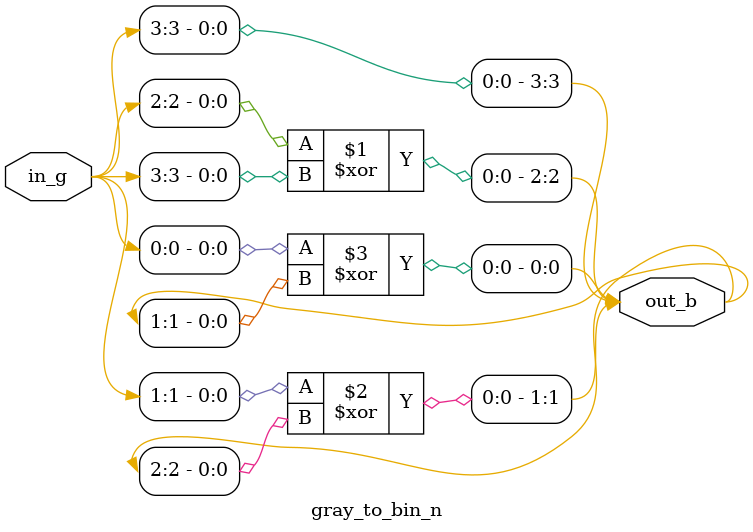
<source format=v>
`timescale 1ns / 1ps


module  gray_to_bin_n #(
    parameter n = 4
    )(
        input [n-1:0] in_g,
        output [n-1:0] out_b
    );
    
    genvar i;
    
    generate for (i=n-1; i > 0; i = i-1) 
    begin
        assign out_b[i-1] = in_g[i-1] ^ out_b[i];
    end
    endgenerate
    
    assign out_b[n-1] = in_g[n-1];
endmodule

</source>
